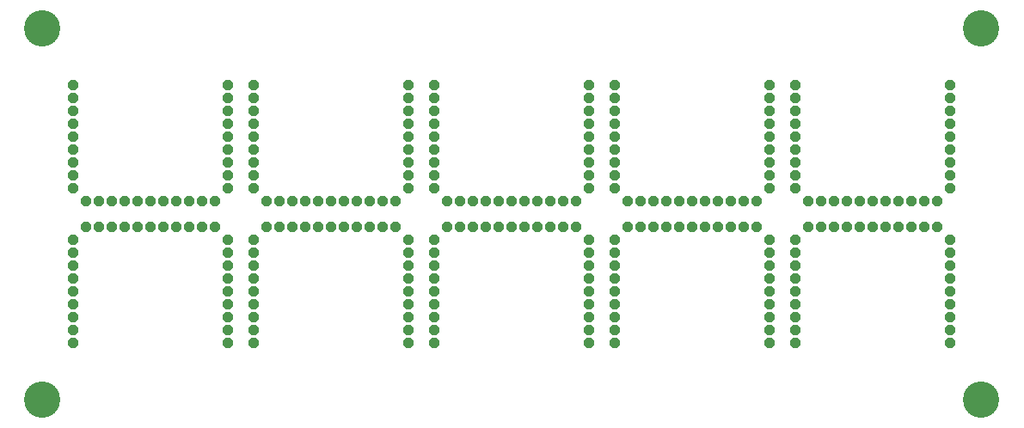
<source format=gbs>
%FSLAX25Y25*%
%MOIN*%
G70*
G01*
G75*
G04 Layer_Color=16711935*
%ADD10C,0.00400*%
%ADD11C,0.03000*%
%ADD12R,0.03600X0.04400*%
%ADD13R,0.02000X0.02400*%
%ADD14R,0.02400X0.02000*%
%ADD15C,0.00787*%
%ADD16R,0.01969X0.00787*%
%ADD17R,0.00787X0.01969*%
%ADD18R,0.04331X0.02362*%
%ADD19R,0.03937X0.03937*%
%ADD20R,0.02756X0.01181*%
%ADD21R,0.01181X0.02756*%
%ADD22C,0.00600*%
%ADD23C,0.00800*%
%ADD24C,0.13780*%
%ADD25P,0.04330X8X202.5*%
%ADD26P,0.04330X8X292.5*%
%ADD27C,0.02000*%
%ADD28R,0.07400X0.07400*%
%ADD29R,0.22000X0.22000*%
%ADD30R,0.00450X0.02200*%
%ADD31R,0.02200X0.00450*%
%ADD32R,0.04000X0.00800*%
%ADD33R,0.00450X0.01400*%
%ADD34R,0.00450X0.01400*%
%ADD35R,0.01400X0.00450*%
%ADD36R,0.01400X0.00450*%
%ADD37C,0.04000*%
%ADD38R,0.02362X0.09055*%
%ADD39R,0.09055X0.02362*%
%ADD40R,0.03150X0.23228*%
%ADD41R,0.23228X0.03150*%
%ADD42R,0.03900X0.04700*%
%ADD43R,0.02300X0.02700*%
%ADD44R,0.02700X0.02300*%
%ADD45R,0.02169X0.00987*%
%ADD46R,0.00987X0.02169*%
%ADD47R,0.04631X0.02662*%
%ADD48R,0.04237X0.04237*%
%ADD49R,0.02956X0.01381*%
%ADD50R,0.01381X0.02956*%
%ADD51C,0.14079*%
D25*
X25000Y135000D02*
D03*
X85000Y130000D02*
D03*
Y135000D02*
D03*
X25000Y95000D02*
D03*
Y120000D02*
D03*
X85000Y95000D02*
D03*
Y105000D02*
D03*
Y100000D02*
D03*
X24996Y125000D02*
D03*
X25000Y100000D02*
D03*
Y115000D02*
D03*
Y110000D02*
D03*
Y105000D02*
D03*
Y130000D02*
D03*
X85000Y110000D02*
D03*
Y115000D02*
D03*
Y120000D02*
D03*
Y125000D02*
D03*
X95000Y135000D02*
D03*
X155000Y130000D02*
D03*
Y135000D02*
D03*
X95000Y95000D02*
D03*
Y120000D02*
D03*
X155000Y95000D02*
D03*
Y105000D02*
D03*
Y100000D02*
D03*
X94996Y125000D02*
D03*
X95000Y100000D02*
D03*
Y115000D02*
D03*
Y110000D02*
D03*
Y105000D02*
D03*
Y130000D02*
D03*
X155000Y110000D02*
D03*
Y115000D02*
D03*
Y120000D02*
D03*
Y125000D02*
D03*
X165000Y135000D02*
D03*
X225000Y130000D02*
D03*
Y135000D02*
D03*
X165000Y95000D02*
D03*
Y120000D02*
D03*
X225000Y95000D02*
D03*
Y105000D02*
D03*
Y100000D02*
D03*
X164996Y125000D02*
D03*
X165000Y100000D02*
D03*
Y115000D02*
D03*
Y110000D02*
D03*
Y105000D02*
D03*
Y130000D02*
D03*
X225000Y110000D02*
D03*
Y115000D02*
D03*
Y120000D02*
D03*
Y125000D02*
D03*
X235000Y135000D02*
D03*
X295000Y130000D02*
D03*
Y135000D02*
D03*
X235000Y95000D02*
D03*
Y120000D02*
D03*
X295000Y95000D02*
D03*
Y105000D02*
D03*
Y100000D02*
D03*
X234996Y125000D02*
D03*
X235000Y100000D02*
D03*
Y115000D02*
D03*
Y110000D02*
D03*
Y105000D02*
D03*
Y130000D02*
D03*
X295000Y110000D02*
D03*
Y115000D02*
D03*
Y120000D02*
D03*
Y125000D02*
D03*
X305000Y135000D02*
D03*
X365000Y130000D02*
D03*
Y135000D02*
D03*
X305000Y95000D02*
D03*
Y120000D02*
D03*
X365000Y95000D02*
D03*
Y105000D02*
D03*
Y100000D02*
D03*
X304996Y125000D02*
D03*
X305000Y100000D02*
D03*
Y115000D02*
D03*
Y110000D02*
D03*
Y105000D02*
D03*
Y130000D02*
D03*
X365000Y110000D02*
D03*
Y115000D02*
D03*
Y120000D02*
D03*
Y125000D02*
D03*
Y35000D02*
D03*
X305000Y40000D02*
D03*
Y35000D02*
D03*
X365000Y75000D02*
D03*
Y50000D02*
D03*
X305000Y75000D02*
D03*
Y65000D02*
D03*
Y70000D02*
D03*
X365004Y45000D02*
D03*
X365000Y70000D02*
D03*
Y55000D02*
D03*
Y60000D02*
D03*
Y65000D02*
D03*
Y40000D02*
D03*
X305000Y60000D02*
D03*
Y55000D02*
D03*
Y50000D02*
D03*
Y45000D02*
D03*
X295000Y35000D02*
D03*
X235000Y40000D02*
D03*
Y35000D02*
D03*
X295000Y75000D02*
D03*
Y50000D02*
D03*
X235000Y75000D02*
D03*
Y65000D02*
D03*
Y70000D02*
D03*
X295004Y45000D02*
D03*
X295000Y70000D02*
D03*
Y55000D02*
D03*
Y60000D02*
D03*
Y65000D02*
D03*
Y40000D02*
D03*
X235000Y60000D02*
D03*
Y55000D02*
D03*
Y50000D02*
D03*
Y45000D02*
D03*
X225000Y35000D02*
D03*
X165000Y40000D02*
D03*
Y35000D02*
D03*
X225000Y75000D02*
D03*
Y50000D02*
D03*
X165000Y75000D02*
D03*
Y65000D02*
D03*
Y70000D02*
D03*
X225004Y45000D02*
D03*
X225000Y70000D02*
D03*
Y55000D02*
D03*
Y60000D02*
D03*
Y65000D02*
D03*
Y40000D02*
D03*
X165000Y60000D02*
D03*
Y55000D02*
D03*
Y50000D02*
D03*
Y45000D02*
D03*
X155000Y35000D02*
D03*
X95000Y40000D02*
D03*
Y35000D02*
D03*
X155000Y75000D02*
D03*
Y50000D02*
D03*
X95000Y75000D02*
D03*
Y65000D02*
D03*
Y70000D02*
D03*
X155004Y45000D02*
D03*
X155000Y70000D02*
D03*
Y55000D02*
D03*
Y60000D02*
D03*
Y65000D02*
D03*
Y40000D02*
D03*
X95000Y60000D02*
D03*
Y55000D02*
D03*
Y50000D02*
D03*
Y45000D02*
D03*
X85000Y35000D02*
D03*
X25000Y40000D02*
D03*
Y35000D02*
D03*
X85000Y75000D02*
D03*
Y50000D02*
D03*
X25000Y75000D02*
D03*
Y65000D02*
D03*
Y70000D02*
D03*
X85004Y45000D02*
D03*
X85000Y70000D02*
D03*
Y55000D02*
D03*
Y60000D02*
D03*
Y65000D02*
D03*
Y40000D02*
D03*
X25000Y60000D02*
D03*
Y55000D02*
D03*
Y50000D02*
D03*
Y45000D02*
D03*
D26*
X65000Y90000D02*
D03*
X70000D02*
D03*
X75000D02*
D03*
X30000D02*
D03*
X80000D02*
D03*
X60000D02*
D03*
X55000D02*
D03*
X35000D02*
D03*
X40000D02*
D03*
X45000D02*
D03*
X50000D02*
D03*
X135000D02*
D03*
X140000D02*
D03*
X145000D02*
D03*
X100000D02*
D03*
X150000D02*
D03*
X130000D02*
D03*
X125000D02*
D03*
X105000D02*
D03*
X110000D02*
D03*
X115000D02*
D03*
X120000D02*
D03*
X205000D02*
D03*
X210000D02*
D03*
X215000D02*
D03*
X170000D02*
D03*
X220000D02*
D03*
X200000D02*
D03*
X195000D02*
D03*
X175000D02*
D03*
X180000D02*
D03*
X185000D02*
D03*
X190000D02*
D03*
X275000D02*
D03*
X280000D02*
D03*
X285000D02*
D03*
X240000D02*
D03*
X290000D02*
D03*
X270000D02*
D03*
X265000D02*
D03*
X245000D02*
D03*
X250000D02*
D03*
X255000D02*
D03*
X260000D02*
D03*
X345000D02*
D03*
X350000D02*
D03*
X355000D02*
D03*
X310000D02*
D03*
X360000D02*
D03*
X340000D02*
D03*
X335000D02*
D03*
X315000D02*
D03*
X320000D02*
D03*
X325000D02*
D03*
X330000D02*
D03*
X325000Y80000D02*
D03*
X320000D02*
D03*
X315000D02*
D03*
X360000D02*
D03*
X310000D02*
D03*
X330000D02*
D03*
X335000D02*
D03*
X355000D02*
D03*
X350000D02*
D03*
X345000D02*
D03*
X340000D02*
D03*
X255000D02*
D03*
X250000D02*
D03*
X245000D02*
D03*
X290000D02*
D03*
X240000D02*
D03*
X260000D02*
D03*
X265000D02*
D03*
X285000D02*
D03*
X280000D02*
D03*
X275000D02*
D03*
X270000D02*
D03*
X185000D02*
D03*
X180000D02*
D03*
X175000D02*
D03*
X220000D02*
D03*
X170000D02*
D03*
X190000D02*
D03*
X195000D02*
D03*
X215000D02*
D03*
X210000D02*
D03*
X205000D02*
D03*
X200000D02*
D03*
X115000D02*
D03*
X110000D02*
D03*
X105000D02*
D03*
X150000D02*
D03*
X100000D02*
D03*
X120000D02*
D03*
X125000D02*
D03*
X145000D02*
D03*
X140000D02*
D03*
X135000D02*
D03*
X130000D02*
D03*
X45000D02*
D03*
X40000D02*
D03*
X35000D02*
D03*
X80000D02*
D03*
X30000D02*
D03*
X50000D02*
D03*
X55000D02*
D03*
X75000D02*
D03*
X70000D02*
D03*
X65000D02*
D03*
X60000D02*
D03*
D51*
X13000Y13000D02*
D03*
X377000D02*
D03*
X377000Y157000D02*
D03*
X13000D02*
D03*
M02*

</source>
